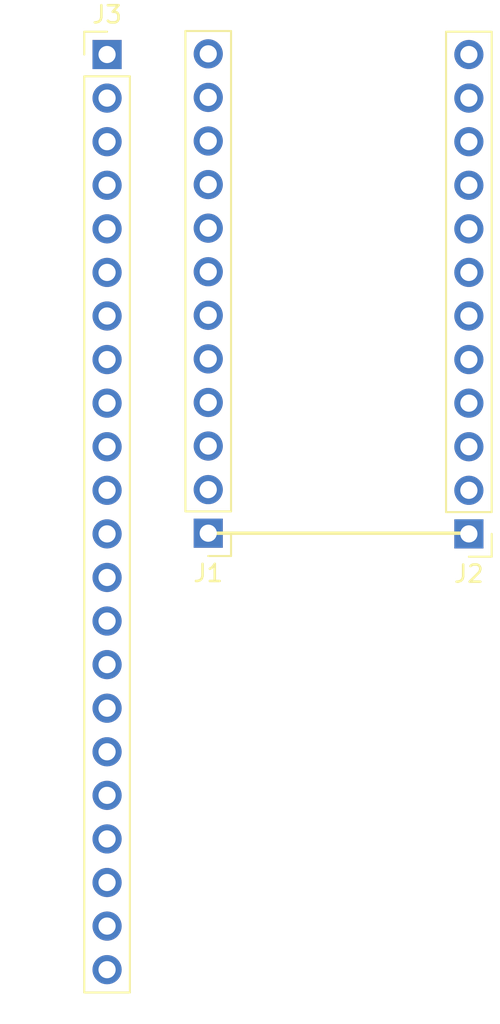
<source format=kicad_pcb>
(kicad_pcb (version 20240108) (generator "pcbnew") (generator_version "8.0")
  (layers (0 "F.Cu" signal) (31 "B.Cu" signal) (34 "B.Paste" user) (35 "F.Paste" user) (36 "B.SilkS" user "B.Silkscreen") (37 "F.SilkS" user "F.Silkscreen") (38 "B.Mask" user) (39 "F.Mask" user) (44 "Edge.Cuts" user))
  (net 0 "")
  (net 1 "D6-A7")
  (net 2 "D9-A8")
  (net 3 "D1-TX0")
  (net 4 "D4-A6")
  (net 5 "D2")
  (net 6 "D0-RX1")
  (net 7 "GND")
  (net 8 "D8")
  (net 9 "D5")
  (net 10 "D3")
  (net 11 "D7")
  (net 12 "A3")
  (net 13 "D15-SCK")
  (net 14 "VIN")
  (net 15 "D16-MOSI")
  (net 16 "A0")
  (net 17 "A1")
  (net 18 "A2")
  (net 19 "5V")
  (net 20 "RESET")
  (net 21 "D14-MISO")
  (net 22 "D10")
  (footprint "Connector_PinHeader_2.54mm:PinHeader_1x22_P2.54mm_Vertical" (layer "F.Cu") (at 49.9 34.26)
    (property "Reference" "J3" (at 0 -2.33 0) (layer "F.SilkS"))
    (property "Value" "Conn_01x22_Pin")
    (fp_line (start -1.33 -1.33) (end 0 -1.33) (stroke (width 0.12)) (layer "F.SilkS"))
    (fp_line (start -1.33 0) (end -1.33 -1.33) (stroke (width 0.12)) (layer "F.SilkS"))
    (fp_line (start -1.33 1.27) (end -1.33 54.67) (stroke (width 0.12)) (layer "F.SilkS"))
    (fp_line (start -1.33 1.27) (end 1.33 1.27) (stroke (width 0.12)) (layer "F.SilkS"))
    (fp_line (start -1.33 54.67) (end 1.33 54.67) (stroke (width 0.12)) (layer "F.SilkS"))
    (fp_line (start 1.33 1.27) (end 1.33 54.67) (stroke (width 0.12)) (layer "F.SilkS"))
    (pad "1" thru_hole rect (at 0 0) (size 1.7 1.7) (drill 1) (layers "*.Cu" "*.Mask") (net 3 "D1-TX0"))
    (pad "2" thru_hole oval (at 0 2.54) (size 1.7 1.7) (drill 1) (layers "*.Cu" "*.Mask") (net 6 "D0-RX1"))
    (pad "3" thru_hole oval (at 0 5.08) (size 1.7 1.7) (drill 1) (layers "*.Cu" "*.Mask") (net 7 "GND"))
    (pad "4" thru_hole oval (at 0 7.62) (size 1.7 1.7) (drill 1) (layers "*.Cu" "*.Mask") (net 5 "D2"))
    (pad "5" thru_hole oval (at 0 10.16) (size 1.7 1.7) (drill 1) (layers "*.Cu" "*.Mask") (net 10 "D3"))
    (pad "6" thru_hole oval (at 0 12.7) (size 1.7 1.7) (drill 1) (layers "*.Cu" "*.Mask") (net 4 "D4-A6"))
    (pad "7" thru_hole oval (at 0 15.24) (size 1.7 1.7) (drill 1) (layers "*.Cu" "*.Mask") (net 9 "D5"))
    (pad "8" thru_hole oval (at 0 17.78) (size 1.7 1.7) (drill 1) (layers "*.Cu" "*.Mask") (net 1 "D6-A7"))
    (pad "9" thru_hole oval (at 0 20.32) (size 1.7 1.7) (drill 1) (layers "*.Cu" "*.Mask") (net 11 "D7"))
    (pad "10" thru_hole oval (at 0 22.86) (size 1.7 1.7) (drill 1) (layers "*.Cu" "*.Mask") (net 8 "D8"))
    (pad "11" thru_hole oval (at 0 25.4) (size 1.7 1.7) (drill 1) (layers "*.Cu" "*.Mask") (net 2 "D9-A8"))
    (pad "12" thru_hole oval (at 0 27.94) (size 1.7 1.7) (drill 1) (layers "*.Cu" "*.Mask") (net 14 "VIN"))
    (pad "13" thru_hole oval (at 0 30.48) (size 1.7 1.7) (drill 1) (layers "*.Cu" "*.Mask") (net 20 "RESET"))
    (pad "14" thru_hole oval (at 0 33.02) (size 1.7 1.7) (drill 1) (layers "*.Cu" "*.Mask") (net 19 "5V"))
    (pad "15" thru_hole oval (at 0 35.56) (size 1.7 1.7) (drill 1) (layers "*.Cu" "*.Mask") (net 12 "A3"))
    (pad "16" thru_hole oval (at 0 38.1) (size 1.7 1.7) (drill 1) (layers "*.Cu" "*.Mask") (net 18 "A2"))
    (pad "17" thru_hole oval (at 0 40.64) (size 1.7 1.7) (drill 1) (layers "*.Cu" "*.Mask") (net 17 "A1"))
    (pad "18" thru_hole oval (at 0 43.18) (size 1.7 1.7) (drill 1) (layers "*.Cu" "*.Mask") (net 16 "A0"))
    (pad "19" thru_hole oval (at 0 45.72) (size 1.7 1.7) (drill 1) (layers "*.Cu" "*.Mask") (net 13 "D15-SCK"))
    (pad "20" thru_hole oval (at 0 48.26) (size 1.7 1.7) (drill 1) (layers "*.Cu" "*.Mask") (net 21 "D14-MISO"))
    (pad "21" thru_hole oval (at 0 50.8) (size 1.7 1.7) (drill 1) (layers "*.Cu" "*.Mask") (net 15 "D16-MOSI"))
    (pad "22" thru_hole oval (at 0 53.34) (size 1.7 1.7) (drill 1) (layers "*.Cu" "*.Mask") (net 22 "D10"))
  )
  (footprint "Connector_PinHeader_2.54mm:PinHeader_1x12_P2.54mm_Vertical" (layer "F.Cu") (at 55.8 62.16 180)
    (property "Reference" "J1" (at 0 -2.33 360) (layer "F.SilkS"))
    (property "Value" "Conn_01x12_Pin" (hide yes))
    (fp_line (start 1.33 1.27) (end 1.33 29.27) (stroke (width 0.12)) (layer "F.SilkS"))
    (fp_line (start -1.33 29.27) (end 1.33 29.27) (stroke (width 0.12)) (layer "F.SilkS"))
    (fp_line (start -1.33 1.27) (end 1.33 1.27) (stroke (width 0.12)) (layer "F.SilkS"))
    (fp_line (start -1.33 1.27) (end -1.33 29.27) (stroke (width 0.12)) (layer "F.SilkS"))
    (fp_line (start -1.33 0) (end -1.33 -1.33) (stroke (width 0.12)) (layer "F.SilkS"))
    (fp_line (start -1.33 -1.33) (end 0 -1.33) (stroke (width 0.12)) (layer "F.SilkS"))
    (pad "1" thru_hole rect (at 0 0 180) (size 1.7 1.7) (drill 1) (layers "*.Cu" "*.Mask") (net 2 "D9-A8"))
    (pad "2" thru_hole oval (at 0 2.54 180) (size 1.7 1.7) (drill 1) (layers "*.Cu" "*.Mask") (net 8 "D8"))
    (pad "3" thru_hole oval (at 0 5.08 180) (size 1.7 1.7) (drill 1) (layers "*.Cu" "*.Mask") (net 11 "D7"))
    (pad "4" thru_hole oval (at 0 7.62 180) (size 1.7 1.7) (drill 1) (layers "*.Cu" "*.Mask") (net 1 "D6-A7"))
    (pad "5" thru_hole oval (at 0 10.16 180) (size 1.7 1.7) (drill 1) (layers "*.Cu" "*.Mask") (net 9 "D5"))
    (pad "6" thru_hole oval (at 0 12.7 180) (size 1.7 1.7) (drill 1) (layers "*.Cu" "*.Mask") (net 4 "D4-A6"))
    (pad "7" thru_hole oval (at 0 15.24 180) (size 1.7 1.7) (drill 1) (layers "*.Cu" "*.Mask") (net 10 "D3"))
    (pad "8" thru_hole oval (at 0 17.78 180) (size 1.7 1.7) (drill 1) (layers "*.Cu" "*.Mask") (net 5 "D2"))
    (pad "9" thru_hole oval (at 0 20.32 180) (size 1.7 1.7) (drill 1) (layers "*.Cu" "*.Mask") (net 7 "GND"))
    (pad "10" thru_hole oval (at 0 22.86 180) (size 1.7 1.7) (drill 1) (layers "*.Cu" "*.Mask") (net 7 "GND"))
    (pad "11" thru_hole oval (at 0 25.4 180) (size 1.7 1.7) (drill 1) (layers "*.Cu" "*.Mask") (net 6 "D0-RX1"))
    (pad "12" thru_hole oval (at 0 27.94 180) (size 1.7 1.7) (drill 1) (layers "*.Cu" "*.Mask") (net 3 "D1-TX0"))
  )
  (footprint "Connector_PinHeader_2.54mm:PinHeader_1x12_P2.54mm_Vertical" (layer "F.Cu") (at 71 62.2 180)
    (property "Reference" "J2" (at 0 -2.33 360) (layer "F.SilkS"))
    (property "Value" "Conn_01x12_Pin" (hide yes))
    (fp_line (start 1.33 1.27) (end 1.33 29.27) (stroke (width 0.12)) (layer "F.SilkS"))
    (fp_line (start -1.33 29.27) (end 1.33 29.27) (stroke (width 0.12)) (layer "F.SilkS"))
    (fp_line (start -1.33 1.27) (end 1.33 1.27) (stroke (width 0.12)) (layer "F.SilkS"))
    (fp_line (start -1.33 1.27) (end -1.33 29.27) (stroke (width 0.12)) (layer "F.SilkS"))
    (fp_line (start -1.33 0) (end -1.33 -1.33) (stroke (width 0.12)) (layer "F.SilkS"))
    (fp_line (start -1.33 -1.33) (end 0 -1.33) (stroke (width 0.12)) (layer "F.SilkS"))
    (pad "1" thru_hole rect (at 0 0 180) (size 1.7 1.7) (drill 1) (layers "*.Cu" "*.Mask") (net 22 "D10"))
    (pad "2" thru_hole oval (at 0 2.54 180) (size 1.7 1.7) (drill 1) (layers "*.Cu" "*.Mask") (net 15 "D16-MOSI"))
    (pad "3" thru_hole oval (at 0 5.08 180) (size 1.7 1.7) (drill 1) (layers "*.Cu" "*.Mask") (net 21 "D14-MISO"))
    (pad "4" thru_hole oval (at 0 7.62 180) (size 1.7 1.7) (drill 1) (layers "*.Cu" "*.Mask") (net 13 "D15-SCK"))
    (pad "5" thru_hole oval (at 0 10.16 180) (size 1.7 1.7) (drill 1) (layers "*.Cu" "*.Mask") (net 16 "A0"))
    (pad "6" thru_hole oval (at 0 12.7 180) (size 1.7 1.7) (drill 1) (layers "*.Cu" "*.Mask") (net 17 "A1"))
    (pad "7" thru_hole oval (at 0 15.24 180) (size 1.7 1.7) (drill 1) (layers "*.Cu" "*.Mask") (net 18 "A2"))
    (pad "8" thru_hole oval (at 0 17.78 180) (size 1.7 1.7) (drill 1) (layers "*.Cu" "*.Mask") (net 12 "A3"))
    (pad "9" thru_hole oval (at 0 20.32 180) (size 1.7 1.7) (drill 1) (layers "*.Cu" "*.Mask") (net 19 "5V"))
    (pad "10" thru_hole oval (at 0 22.86 180) (size 1.7 1.7) (drill 1) (layers "*.Cu" "*.Mask") (net 20 "RESET"))
    (pad "11" thru_hole oval (at 0 25.4 180) (size 1.7 1.7) (drill 1) (layers "*.Cu" "*.Mask") (net 7 "GND"))
    (pad "12" thru_hole oval (at 0 27.94 180) (size 1.7 1.7) (drill 1) (layers "*.Cu" "*.Mask") (net 14 "VIN"))
  )
  (gr_line (start 55.8 62.16) (end 71.04 62.16) (stroke (width 0.2)) (layer "F.SilkS"))
)
</source>
